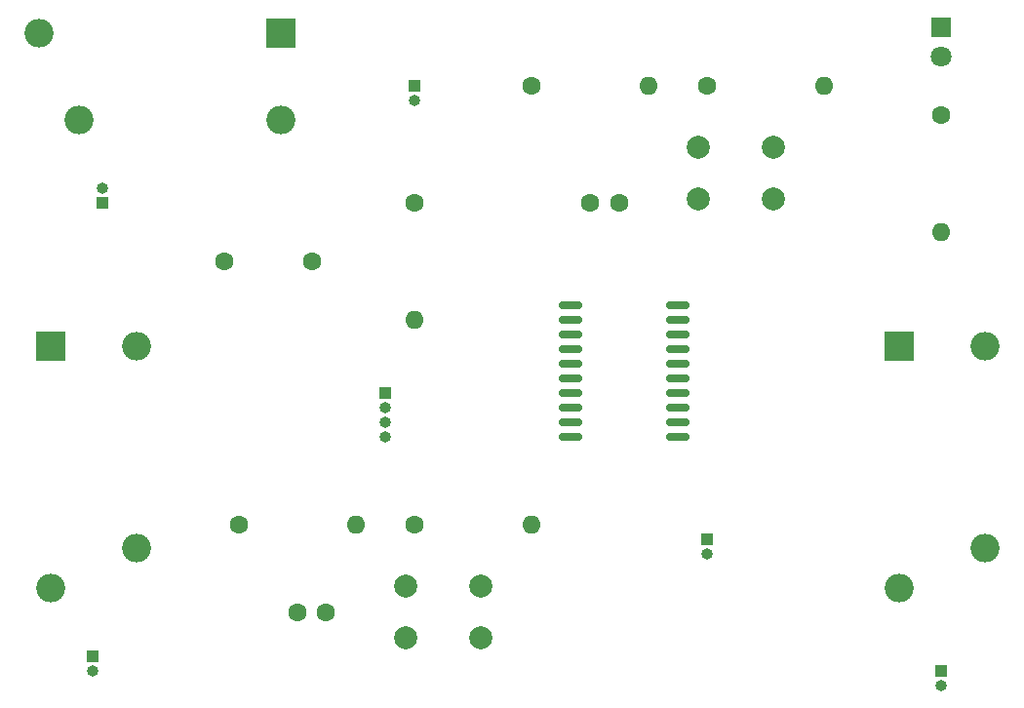
<source format=gbr>
%TF.GenerationSoftware,KiCad,Pcbnew,7.0.2*%
%TF.CreationDate,2023-06-25T21:00:02-03:00*%
%TF.ProjectId,horta,686f7274-612e-46b6-9963-61645f706362,rev?*%
%TF.SameCoordinates,Original*%
%TF.FileFunction,Soldermask,Top*%
%TF.FilePolarity,Negative*%
%FSLAX46Y46*%
G04 Gerber Fmt 4.6, Leading zero omitted, Abs format (unit mm)*
G04 Created by KiCad (PCBNEW 7.0.2) date 2023-06-25 21:00:02*
%MOMM*%
%LPD*%
G01*
G04 APERTURE LIST*
G04 Aperture macros list*
%AMRoundRect*
0 Rectangle with rounded corners*
0 $1 Rounding radius*
0 $2 $3 $4 $5 $6 $7 $8 $9 X,Y pos of 4 corners*
0 Add a 4 corners polygon primitive as box body*
4,1,4,$2,$3,$4,$5,$6,$7,$8,$9,$2,$3,0*
0 Add four circle primitives for the rounded corners*
1,1,$1+$1,$2,$3*
1,1,$1+$1,$4,$5*
1,1,$1+$1,$6,$7*
1,1,$1+$1,$8,$9*
0 Add four rect primitives between the rounded corners*
20,1,$1+$1,$2,$3,$4,$5,0*
20,1,$1+$1,$4,$5,$6,$7,0*
20,1,$1+$1,$6,$7,$8,$9,0*
20,1,$1+$1,$8,$9,$2,$3,0*%
G04 Aperture macros list end*
%ADD10RoundRect,0.150000X-0.875000X-0.150000X0.875000X-0.150000X0.875000X0.150000X-0.875000X0.150000X0*%
%ADD11C,2.000000*%
%ADD12C,1.600000*%
%ADD13O,1.600000X1.600000*%
%ADD14R,2.500000X2.500000*%
%ADD15O,2.500000X2.500000*%
%ADD16R,1.000000X1.000000*%
%ADD17O,1.000000X1.000000*%
%ADD18R,1.800000X1.800000*%
%ADD19C,1.800000*%
G04 APERTURE END LIST*
D10*
%TO.C,U1*%
X149860000Y-95250000D03*
X149860000Y-96520000D03*
X149860000Y-97790000D03*
X149860000Y-99060000D03*
X149860000Y-100330000D03*
X149860000Y-101600000D03*
X149860000Y-102870000D03*
X149860000Y-104140000D03*
X149860000Y-105410000D03*
X149860000Y-106680000D03*
X159160000Y-106680000D03*
X159160000Y-105410000D03*
X159160000Y-104140000D03*
X159160000Y-102870000D03*
X159160000Y-101600000D03*
X159160000Y-100330000D03*
X159160000Y-99060000D03*
X159160000Y-97790000D03*
X159160000Y-96520000D03*
X159160000Y-95250000D03*
%TD*%
D11*
%TO.C,SW2*%
X160990000Y-86070000D03*
X167490000Y-86070000D03*
X160990000Y-81570000D03*
X167490000Y-81570000D03*
%TD*%
%TO.C,SW1*%
X142090000Y-119670000D03*
X135590000Y-119670000D03*
X142090000Y-124170000D03*
X135590000Y-124170000D03*
%TD*%
D12*
%TO.C,R7*%
X182020000Y-78740000D03*
D13*
X182020000Y-88900000D03*
%TD*%
%TO.C,R6*%
X171860000Y-76200000D03*
D12*
X161700000Y-76200000D03*
%TD*%
D13*
%TO.C,R5*%
X156620000Y-76200000D03*
D12*
X146460000Y-76200000D03*
%TD*%
D13*
%TO.C,R4*%
X136300000Y-96520000D03*
D12*
X136300000Y-86360000D03*
%TD*%
%TO.C,R3*%
X119800000Y-91440000D03*
X127400000Y-91440000D03*
%TD*%
%TO.C,R2*%
X121060000Y-114300000D03*
D13*
X131220000Y-114300000D03*
%TD*%
D12*
%TO.C,R1*%
X136300000Y-114300000D03*
D13*
X146460000Y-114300000D03*
%TD*%
D14*
%TO.C,K3*%
X178362500Y-98812500D03*
D15*
X178362500Y-119812500D03*
X185862500Y-116312500D03*
X185862500Y-98812500D03*
%TD*%
D14*
%TO.C,K2*%
X124707500Y-71682500D03*
D15*
X103707500Y-71682500D03*
X107207500Y-79182500D03*
X124707500Y-79182500D03*
%TD*%
D14*
%TO.C,K1*%
X104702500Y-98812500D03*
D15*
X104702500Y-119812500D03*
X112202500Y-116312500D03*
X112202500Y-98812500D03*
%TD*%
D16*
%TO.C,J8*%
X182020000Y-127000000D03*
D17*
X182020000Y-128270000D03*
%TD*%
D16*
%TO.C,J7*%
X109220000Y-86360000D03*
D17*
X109220000Y-85090000D03*
%TD*%
D16*
%TO.C,J5*%
X133760000Y-102870000D03*
D17*
X133760000Y-104140000D03*
X133760000Y-105410000D03*
X133760000Y-106680000D03*
%TD*%
D16*
%TO.C,J4*%
X161700000Y-115570000D03*
D17*
X161700000Y-116840000D03*
%TD*%
D16*
%TO.C,J2*%
X136300000Y-76200000D03*
D17*
X136300000Y-77470000D03*
%TD*%
D16*
%TO.C,J1*%
X108360000Y-125730000D03*
D17*
X108360000Y-127000000D03*
%TD*%
D18*
%TO.C,D1*%
X182020000Y-71120000D03*
D19*
X182020000Y-73660000D03*
%TD*%
D12*
%TO.C,C2*%
X154080000Y-86360000D03*
X151580000Y-86360000D03*
%TD*%
%TO.C,C1*%
X128640000Y-121920000D03*
X126140000Y-121920000D03*
%TD*%
M02*

</source>
